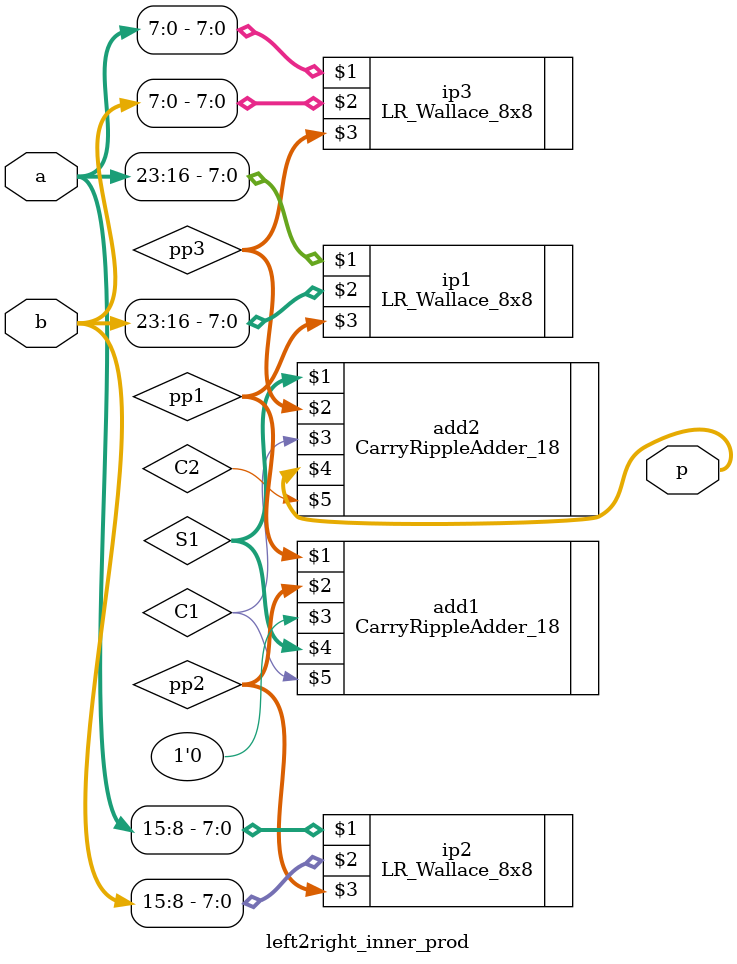
<source format=v>
`include "LR_Wallace_8x8.v"


module left2right_inner_prod(a,b,p);

input [23:0] a,b; // input 2 vectors of 3 elements of 8 bits wide 
output [16:0] p; // inner product (16+(2-1) bits required)

wire [15:0] pp1, pp2, pp3; // all partial products could get 16 bits wide

LR_Wallace_8x8 ip1(a[23:16],b[23:16],pp1);
LR_Wallace_8x8 ip2(a[15:8],b[15:8],pp2); 
LR_Wallace_8x8 ip3(a[7:0],b[7:0],pp3); 

wire C1, C2;
wire [17:0] S1;

CarryRippleAdder_18 add1(pp1,pp2,1'b0,S1,C1);
CarryRippleAdder_18 add2(S1,pp3,C1,p,C2);

endmodule
</source>
